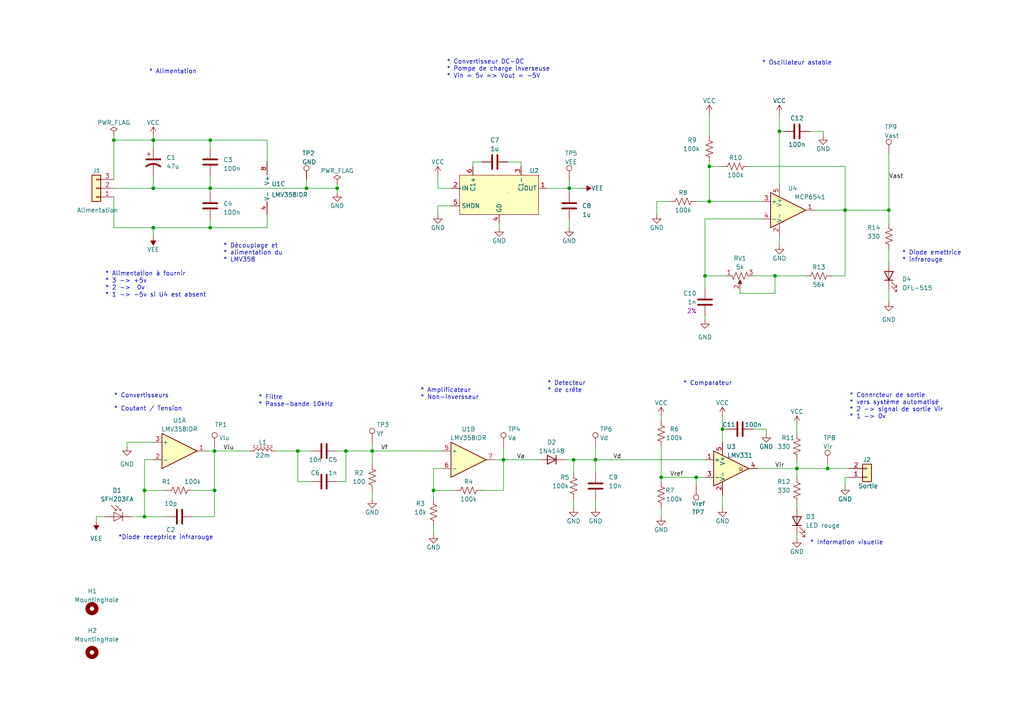
<source format=kicad_sch>
(kicad_sch (version 20230121) (generator eeschema)
  (paper "A4")
  (title_block (title "Détecteur de présence de train miniature") (rev "1.0") (company "IUT de Nantes"))
  (lib_symbols
    (symbol "Amplifier_Operational:LMV358" (pin_names (offset 0.127))
      (property "Reference" "U" (at 0 5.08 0))
      (property "Value" "LMV358" (at 0 -5.08 0))
      (symbol "LMV358_1_1"
        (polyline (pts (xy -5.08 5.08) (xy 5.08 0) (xy -5.08 -5.08) (xy -5.08 5.08)) (stroke (width 0.254)) (fill (type background)))
        (pin output line (at 7.62 0 180) (length 2.54) (name "~") (number "1"))
        (pin input line (at -7.62 -2.54 0) (length 2.54) (name "-") (number "2"))
        (pin input line (at -7.62 2.54 0) (length 2.54) (name "+") (number "3"))
      )
      (symbol "LMV358_2_1"
        (polyline (pts (xy -5.08 5.08) (xy 5.08 0) (xy -5.08 -5.08) (xy -5.08 5.08)) (stroke (width 0.254)) (fill (type background)))
        (pin input line (at -7.62 2.54 0) (length 2.54) (name "+") (number "5"))
        (pin input line (at -7.62 -2.54 0) (length 2.54) (name "-") (number "6"))
        (pin output line (at 7.62 0 180) (length 2.54) (name "~") (number "7"))
      )
      (symbol "LMV358_3_1"
        (pin power_in line (at -2.54 -7.62 90) (length 3.81) (name "V-") (number "4"))
        (pin power_in line (at -2.54 7.62 270) (length 3.81) (name "V+") (number "8"))
      )
    )
    (symbol "C_1" (pin_numbers hide) (pin_names (offset 0.254))
      (property "Reference" "C5" (at -2.54 -2.54 90))
      (property "Value" "10n" (at -2.54 2.54 90))
      (symbol "C_1_0_1"
        (polyline (pts (xy -2.032 -0.762) (xy 2.032 -0.762)) (stroke (width 0.508)))
        (polyline (pts (xy -2.032 0.762) (xy 2.032 0.762)) (stroke (width 0.508)))
      )
      (symbol "C_1_1_1"
        (pin passive line (at 0 3.81 270) (length 2.794) (name "~") (number "1"))
        (pin passive line (at 0 -3.81 90) (length 2.794) (name "~") (number "2"))
      )
    )
    (symbol "C_2" (pin_numbers hide) (pin_names (offset 0.254))
      (property "Reference" "C2" (at -3.81 2.54 90))
      (property "Value" "10p" (at 3.81 2.54 90))
      (symbol "C_2_0_1"
        (polyline (pts (xy -2.032 -0.762) (xy 2.032 -0.762)) (stroke (width 0.508)))
        (polyline (pts (xy -2.032 0.762) (xy 2.032 0.762)) (stroke (width 0.508)))
      )
      (symbol "C_2_1_1"
        (pin passive line (at 0 3.81 270) (length 2.794) (name "~") (number "1"))
        (pin passive line (at 0 -3.81 90) (length 2.794) (name "~") (number "2"))
      )
    )
    (symbol "Comparator:LMV331" (pin_names (offset 0.127))
      (property "Reference" "U" (at 1.27 5.08 0))
      (property "Value" "LMV331" (at 3.81 -5.08 0))
      (symbol "LMV331_0_1"
        (polyline (pts (xy -5.08 5.08) (xy 5.08 0) (xy -5.08 -5.08) (xy -5.08 5.08)) (stroke (width 0.254)) (fill (type background)))
        (polyline (pts (xy 3.302 -0.508) (xy 2.794 -0.508) (xy 3.302 0) (xy 2.794 0.508) (xy 2.286 0) (xy 2.794 -0.508) (xy 2.286 -0.508)) (stroke (width 0.127)))
      )
      (symbol "LMV331_1_1"
        (pin input line (at -7.62 2.54 0) (length 2.54) (name "+") (number "1"))
        (pin power_in line (at -2.54 -7.62 90) (length 3.81) (name "V-") (number "2"))
        (pin input line (at -7.62 -2.54 0) (length 2.54) (name "-") (number "3"))
        (pin open_collector line (at 7.62 0 180) (length 2.54) (name "~") (number "4"))
        (pin power_in line (at -2.54 7.62 270) (length 3.81) (name "V+") (number "5"))
      )
    )
    (symbol "Comparator:MCP6561-OT" (pin_names (offset 0.127))
      (property "Reference" "U" (at -1.27 6.35 0))
      (property "Value" "MCP6561-OT" (at -1.27 3.81 0))
      (symbol "MCP6561-OT_0_1"
        (polyline (pts (xy -5.08 5.08) (xy 5.08 0) (xy -5.08 -5.08) (xy -5.08 5.08)) (stroke (width 0.254)) (fill (type background)))
        (pin power_in line (at -2.54 -7.62 90) (length 3.81) (name "V-") (number "2"))
        (pin power_in line (at -2.54 7.62 270) (length 3.81) (name "V+") (number "5"))
      )
      (symbol "MCP6561-OT_1_1"
        (pin output line (at 7.62 0 180) (length 2.54) (name "~") (number "1"))
        (pin input line (at -7.62 2.54 0) (length 2.54) (name "+") (number "3"))
        (pin input line (at -7.62 -2.54 0) (length 2.54) (name "-") (number "4"))
      )
    )
    (symbol "Connector:TestPoint" (pin_numbers hide) (pin_names (offset 0.762) hide)
      (property "Reference" "TP" (at 0 6.858 0))
      (property "Value" "TestPoint" (at 0 5.08 0))
      (symbol "TestPoint_0_1"
        (circle (center 0 3.302) (radius 0.762))
      )
      (symbol "TestPoint_1_1"
        (pin passive line (at 0 0 90) (length 2.54) (name "1") (number "1"))
      )
    )
    (symbol "Connector_Generic:Conn_01x02" (pin_names (offset 1.016) hide)
      (property "Reference" "J" (at 0 2.54 0))
      (property "Value" "Conn_01x02" (at 0 -5.08 0))
      (symbol "Conn_01x02_1_1"
        (rectangle (start -1.27 -2.413) (end 0 -2.667) (stroke (width 0.1524)))
        (rectangle (start -1.27 0.127) (end 0 -0.127) (stroke (width 0.1524)))
        (rectangle (start -1.27 1.27) (end 1.27 -3.81) (stroke (width 0.254)) (fill (type background)))
        (pin passive line (at -5.08 0 0) (length 3.81) (name "Pin_1") (number "1"))
        (pin passive line (at -5.08 -2.54 0) (length 3.81) (name "Pin_2") (number "2"))
      )
    )
    (symbol "Connector_Generic:Conn_01x03" (pin_names (offset 1.016) hide)
      (property "Reference" "J" (at 0 5.08 0))
      (property "Value" "Conn_01x03" (at 0 -5.08 0))
      (symbol "Conn_01x03_1_1"
        (rectangle (start -1.27 -2.413) (end 0 -2.667) (stroke (width 0.1524)))
        (rectangle (start -1.27 0.127) (end 0 -0.127) (stroke (width 0.1524)))
        (rectangle (start -1.27 2.667) (end 0 2.413) (stroke (width 0.1524)))
        (rectangle (start -1.27 3.81) (end 1.27 -3.81) (stroke (width 0.254)) (fill (type background)))
        (pin passive line (at -5.08 2.54 0) (length 3.81) (name "Pin_1") (number "1"))
        (pin passive line (at -5.08 0 0) (length 3.81) (name "Pin_2") (number "2"))
        (pin passive line (at -5.08 -2.54 0) (length 3.81) (name "Pin_3") (number "3"))
      )
    )
    (symbol "Device:C" (pin_numbers hide) (pin_names (offset 0.254))
      (property "Reference" "C" (at 0.635 2.54 0))
      (property "Value" "C" (at 0.635 -2.54 0))
      (symbol "C_0_1"
        (polyline (pts (xy -2.032 -0.762) (xy 2.032 -0.762)) (stroke (width 0.508)))
        (polyline (pts (xy -2.032 0.762) (xy 2.032 0.762)) (stroke (width 0.508)))
      )
      (symbol "C_1_1"
        (pin passive line (at 0 3.81 270) (length 2.794) (name "~") (number "1"))
        (pin passive line (at 0 -3.81 90) (length 2.794) (name "~") (number "2"))
      )
    )
    (symbol "Device:C_Polarized_US" (pin_numbers hide) (pin_names (offset 0.254) hide)
      (property "Reference" "C" (at 0.635 2.54 0))
      (property "Value" "C_Polarized_US" (at 0.635 -2.54 0))
      (symbol "C_Polarized_US_0_1"
        (polyline (pts (xy -2.032 0.762) (xy 2.032 0.762)) (stroke (width 0.508)))
        (polyline (pts (xy -1.778 2.286) (xy -0.762 2.286)))
        (polyline (pts (xy -1.27 1.778) (xy -1.27 2.794)))
        (arc (start 2.032 -1.27) (mid 0 -0.5572) (end -2.032 -1.27) (stroke (width 0.508)))
      )
      (symbol "C_Polarized_US_1_1"
        (pin passive line (at 0 3.81 270) (length 2.794) (name "~") (number "1"))
        (pin passive line (at 0 -3.81 90) (length 3.302) (name "~") (number "2"))
      )
    )
    (symbol "Device:LED" (pin_numbers hide) (pin_names (offset 1.016) hide)
      (property "Reference" "D" (at 0 2.54 0))
      (property "Value" "LED" (at 0 -2.54 0))
      (symbol "LED_0_1"
        (polyline (pts (xy -1.27 -1.27) (xy -1.27 1.27)) (stroke (width 0.254)))
        (polyline (pts (xy -1.27 0) (xy 1.27 0)))
        (polyline (pts (xy 1.27 -1.27) (xy 1.27 1.27) (xy -1.27 0) (xy 1.27 -1.27)) (stroke (width 0.254)))
        (polyline (pts (xy -3.048 -0.762) (xy -4.572 -2.286) (xy -3.81 -2.286) (xy -4.572 -2.286) (xy -4.572 -1.524)))
        (polyline (pts (xy -1.778 -0.762) (xy -3.302 -2.286) (xy -2.54 -2.286) (xy -3.302 -2.286) (xy -3.302 -1.524)))
      )
      (symbol "LED_1_1"
        (pin passive line (at -3.81 0 0) (length 2.54) (name "K") (number "1"))
        (pin passive line (at 3.81 0 180) (length 2.54) (name "A") (number "2"))
      )
    )
    (symbol "Device:L_Ferrite" (pin_numbers hide) (pin_names (offset 1.016) hide)
      (property "Reference" "L" (at -1.27 0 90))
      (property "Value" "L_Ferrite" (at 2.794 0 90))
      (symbol "L_Ferrite_0_1"
        (arc (start 0 -2.54) (mid 0.6323 -1.905) (end 0 -1.27))
        (arc (start 0 -1.27) (mid 0.6323 -0.635) (end 0 0))
        (polyline (pts (xy 1.016 -2.794) (xy 1.016 -2.286)))
        (polyline (pts (xy 1.016 -1.778) (xy 1.016 -1.27)))
        (polyline (pts (xy 1.016 -0.762) (xy 1.016 -0.254)))
        (polyline (pts (xy 1.016 0.254) (xy 1.016 0.762)))
        (polyline (pts (xy 1.016 1.27) (xy 1.016 1.778)))
        (polyline (pts (xy 1.016 2.286) (xy 1.016 2.794)))
        (polyline (pts (xy 1.524 -2.286) (xy 1.524 -2.794)))
        (polyline (pts (xy 1.524 -1.27) (xy 1.524 -1.778)))
        (polyline (pts (xy 1.524 -0.254) (xy 1.524 -0.762)))
        (polyline (pts (xy 1.524 0.762) (xy 1.524 0.254)))
        (polyline (pts (xy 1.524 1.778) (xy 1.524 1.27)))
        (polyline (pts (xy 1.524 2.794) (xy 1.524 2.286)))
        (arc (start 0 0) (mid 0.6323 0.635) (end 0 1.27))
        (arc (start 0 1.27) (mid 0.6323 1.905) (end 0 2.54))
      )
      (symbol "L_Ferrite_1_1"
        (pin passive line (at 0 3.81 270) (length 1.27) (name "1") (number "1"))
        (pin passive line (at 0 -3.81 90) (length 1.27) (name "2") (number "2"))
      )
    )
    (symbol "Device:R_Potentiometer_US" (pin_names (offset 1.016) hide)
      (property "Reference" "RV" (at -4.445 0 90))
      (property "Value" "R_Potentiometer_US" (at -2.54 0 90))
      (symbol "R_Potentiometer_US_0_1"
        (polyline (pts (xy 0 -2.286) (xy 0 -2.54)))
        (polyline (pts (xy 0 2.54) (xy 0 2.286)))
        (polyline (pts (xy 2.54 0) (xy 1.524 0)))
        (polyline (pts (xy 1.143 0) (xy 2.286 0.508) (xy 2.286 -0.508) (xy 1.143 0)) (fill (type outline)))
        (polyline (pts (xy 0 -0.762) (xy 1.016 -1.143) (xy 0 -1.524) (xy -1.016 -1.905) (xy 0 -2.286)))
        (polyline (pts (xy 0 0.762) (xy 1.016 0.381) (xy 0 0) (xy -1.016 -0.381) (xy 0 -0.762)))
        (polyline (pts (xy 0 2.286) (xy 1.016 1.905) (xy 0 1.524) (xy -1.016 1.143) (xy 0 0.762)))
      )
      (symbol "R_Potentiometer_US_1_1"
        (pin passive line (at 0 3.81 270) (length 1.27) (name "1") (number "1"))
        (pin passive line (at 3.81 0 180) (length 1.27) (name "2") (number "2"))
        (pin passive line (at 0 -3.81 90) (length 1.27) (name "3") (number "3"))
      )
    )
    (symbol "Device:R_US" (pin_numbers hide) (pin_names (offset 0))
      (property "Reference" "R" (at 2.54 0 90))
      (property "Value" "R_US" (at -2.54 0 90))
      (symbol "R_US_0_1"
        (polyline (pts (xy 0 -2.286) (xy 0 -2.54)))
        (polyline (pts (xy 0 2.286) (xy 0 2.54)))
        (polyline (pts (xy 0 -0.762) (xy 1.016 -1.143) (xy 0 -1.524) (xy -1.016 -1.905) (xy 0 -2.286)))
        (polyline (pts (xy 0 0.762) (xy 1.016 0.381) (xy 0 0) (xy -1.016 -0.381) (xy 0 -0.762)))
        (polyline (pts (xy 0 2.286) (xy 1.016 1.905) (xy 0 1.524) (xy -1.016 1.143) (xy 0 0.762)))
      )
      (symbol "R_US_1_1"
        (pin passive line (at 0 3.81 270) (length 1.27) (name "~") (number "1"))
        (pin passive line (at 0 -3.81 90) (length 1.27) (name "~") (number "2"))
      )
    )
    (symbol "Diode:1N4148" (pin_numbers hide) (pin_names hide)
      (property "Reference" "D" (at 0 2.54 0))
      (property "Value" "1N4148" (at 0 -2.54 0))
      (symbol "1N4148_0_1"
        (polyline (pts (xy -1.27 1.27) (xy -1.27 -1.27)) (stroke (width 0.254)))
        (polyline (pts (xy 1.27 0) (xy -1.27 0)))
        (polyline (pts (xy 1.27 1.27) (xy 1.27 -1.27) (xy -1.27 0) (xy 1.27 1.27)) (stroke (width 0.254)))
      )
      (symbol "1N4148_1_1"
        (pin passive line (at -3.81 0 0) (length 2.54) (name "K") (number "1"))
        (pin passive line (at 3.81 0 180) (length 2.54) (name "A") (number "2"))
      )
    )
    (symbol "Mechanical:MountingHole" (pin_names (offset 1.016))
      (property "Reference" "H" (at 0 5.08 0))
      (property "Value" "MountingHole" (at 0 3.175 0))
      (symbol "MountingHole_0_1"
        (circle (center 0 0) (radius 1.27) (stroke (width 1.27)))
      )
    )
    (symbol "MesSymboles:MAX1719EUT+T"
      (property "Reference" "U" (at 0 5.08 0))
      (symbol "MAX1719EUT+T_0_1"
        (rectangle (start 13.97 -1.27) (end 13.97 -1.27))
      )
      (symbol "MAX1719EUT+T_1_1"
        (rectangle (start 0 3.81) (end 22.86 -7.62) (fill (type background)))
        (pin power_out line (at 25.4 0 180) (length 2.54) (name "OUT") (number "1"))
        (pin input line (at -2.54 0 0) (length 2.54) (name "IN") (number "2"))
        (pin passive line (at 17.78 6.35 270) (length 2.54) (name "C1-") (number "3"))
        (pin power_in line (at 11.43 -10.16 90) (length 2.54) (name "GD") (number "4"))
        (pin input line (at -2.54 -5.08 0) (length 2.54) (name "SHDN") (number "5"))
        (pin passive line (at 3.81 6.35 270) (length 2.54) (name "C1+") (number "6"))
      )
    )
    (symbol "Sensor_Optical:SFH203FA" (pin_numbers hide) (pin_names hide)
      (property "Reference" "D" (at 0.508 1.778 0))
      (property "Value" "SFH203FA" (at -1.016 -2.794 0))
      (symbol "SFH203FA_0_1"
        (polyline (pts (xy -2.54 0) (xy 0 0)))
        (polyline (pts (xy -2.54 1.27) (xy -2.54 -1.27)) (stroke (width 0.1524)))
        (polyline (pts (xy -2.032 1.778) (xy -1.524 1.778)))
        (polyline (pts (xy 0 -1.27) (xy 0 1.27)))
        (polyline (pts (xy -0.508 3.302) (xy -2.032 1.778) (xy -2.032 2.286)))
        (polyline (pts (xy 0 1.27) (xy -2.54 0) (xy 0 -1.27)))
        (polyline (pts (xy 0.762 3.302) (xy -0.762 1.778) (xy -0.762 2.286) (xy -0.762 1.778) (xy -0.254 1.778)))
      )
      (symbol "SFH203FA_1_1"
        (pin passive line (at -5.08 0 0) (length 2.54) (name "K") (number "1"))
        (pin passive line (at 2.54 0 180) (length 2.54) (name "A") (number "2"))
      )
    )
    (symbol "power:GND" (power) (pin_names (offset 0))
      (property "Value" "GND" (at 0 -3.81 0))
      (symbol "GND_0_1"
        (polyline (pts (xy 0 0) (xy 0 -1.27) (xy 1.27 -1.27) (xy 0 -2.54) (xy -1.27 -1.27) (xy 0 -1.27)))
      )
      (symbol "GND_1_1"
        (pin power_in line (at 0 0 270) (length 0) hide (name "GND") (number "1"))
      )
    )
    (symbol "power:PWR_FLAG" (power) (pin_numbers hide) (pin_names (offset 0) hide)
      (property "Value" "PWR_FLAG" (at 0 3.81 0))
      (symbol "PWR_FLAG_0_0"
        (pin power_out line (at 0 0 90) (length 0) (name "pwr") (number "1"))
      )
      (symbol "PWR_FLAG_0_1"
        (polyline (pts (xy 0 0) (xy 0 1.27) (xy -1.016 1.905) (xy 0 2.54) (xy 1.016 1.905) (xy 0 1.27)))
      )
    )
    (symbol "power:VCC" (power) (pin_names (offset 0))
      (property "Value" "VCC" (at 0 3.81 0))
      (symbol "VCC_0_1"
        (polyline (pts (xy -0.762 1.27) (xy 0 2.54)))
        (polyline (pts (xy 0 0) (xy 0 2.54)))
        (polyline (pts (xy 0 2.54) (xy 0.762 1.27)))
      )
      (symbol "VCC_1_1"
        (pin power_in line (at 0 0 90) (length 0) hide (name "VCC") (number "1"))
      )
    )
    (symbol "power:VEE" (power) (pin_names (offset 0))
      (property "Value" "VEE" (at 0 3.81 0))
      (symbol "VEE_0_1"
        (polyline (pts (xy 0 0) (xy 0 2.54)))
        (polyline (pts (xy 0.762 1.27) (xy -0.762 1.27) (xy 0 2.54) (xy 0.762 1.27)) (fill (type outline)))
      )
      (symbol "VEE_1_1"
        (pin power_in line (at 0 0 90) (length 0) hide (name "VEE") (number "1"))
      )
    )
  )
  (junction (at 44.45 40.64))
  (junction (at 257.81 60.96))
  (junction (at 60.96 66.04))
  (junction (at 165.1 54.61))
  (junction (at 231.14 135.89))
  (junction (at 245.11 60.96))
  (junction (at 191.77 138.43))
  (junction (at 44.45 66.04))
  (junction (at 88.9 54.61))
  (junction (at 41.91 142.24))
  (junction (at 60.96 40.64))
  (junction (at 41.91 149.86))
  (junction (at 209.55 124.46))
  (junction (at 97.79 54.61))
  (junction (at 60.96 54.61))
  (junction (at 204.47 80.01))
  (junction (at 86.36 130.81))
  (junction (at 125.73 142.24))
  (junction (at 172.72 133.35))
  (junction (at 224.79 80.01))
  (junction (at 107.95 130.81))
  (junction (at 33.02 40.64))
  (junction (at 166.37 133.35))
  (junction (at 205.74 58.42))
  (junction (at 240.03 135.89))
  (junction (at 226.06 38.1))
  (junction (at 44.45 54.61))
  (junction (at 62.23 142.24))
  (junction (at 146.05 133.35))
  (junction (at 100.33 130.81))
  (junction (at 205.74 48.26))
  (junction (at 62.23 130.81))
  (junction (at 201.93 138.43))
  (wire (pts (xy 191.77 129.54) (xy 191.77 138.43)))
  (wire (pts (xy 172.72 133.35) (xy 204.47 133.35)))
  (wire (pts (xy 33.02 66.04) (xy 44.45 66.04)))
  (wire (pts (xy 146.05 129.54) (xy 146.05 133.35)))
  (wire (pts (xy 33.02 39.37) (xy 33.02 40.64)))
  (wire (pts (xy 44.45 39.37) (xy 44.45 40.64)))
  (wire (pts (xy 146.05 142.24) (xy 139.7 142.24)))
  (wire (pts (xy 226.06 33.02) (xy 226.06 38.1)))
  (wire (pts (xy 60.96 40.64) (xy 60.96 43.18)))
  (wire (pts (xy 62.23 130.81) (xy 72.39 130.81)))
  (wire (pts (xy 100.33 130.81) (xy 100.33 139.7)))
  (wire (pts (xy 44.45 133.35) (xy 41.91 133.35)))
  (wire (pts (xy 224.79 85.09) (xy 224.79 80.01)))
  (wire (pts (xy 209.55 124.46) (xy 209.55 128.27)))
  (wire (pts (xy 44.45 68.58) (xy 44.45 66.04)))
  (wire (pts (xy 62.23 149.86) (xy 62.23 142.24)))
  (wire (pts (xy 130.81 59.69) (xy 127 59.69)))
  (wire (pts (xy 139.7 46.99) (xy 137.16 46.99)))
  (wire (pts (xy 144.78 64.77) (xy 144.78 66.04)))
  (wire (pts (xy 205.74 58.42) (xy 220.98 58.42)))
  (wire (pts (xy 86.36 130.81) (xy 90.17 130.81)))
  (wire (pts (xy 97.79 130.81) (xy 100.33 130.81)))
  (wire (pts (xy 107.95 130.81) (xy 128.27 130.81)))
  (wire (pts (xy 163.83 133.35) (xy 166.37 133.35)))
  (wire (pts (xy 165.1 54.61) (xy 165.1 55.88)))
  (wire (pts (xy 128.27 135.89) (xy 125.73 135.89)))
  (wire (pts (xy 165.1 66.04) (xy 165.1 63.5)))
  (wire (pts (xy 241.3 80.01) (xy 245.11 80.01)))
  (wire (pts (xy 240.03 134.62) (xy 240.03 135.89)))
  (wire (pts (xy 97.79 55.88) (xy 97.79 54.61)))
  (wire (pts (xy 222.25 125.73) (xy 222.25 124.46)))
  (wire (pts (xy 60.96 54.61) (xy 60.96 55.88)))
  (wire (pts (xy 127 50.8) (xy 127 54.61)))
  (wire (pts (xy 257.81 60.96) (xy 257.81 64.77)))
  (wire (pts (xy 77.47 66.04) (xy 60.96 66.04)))
  (wire (pts (xy 238.76 38.1) (xy 234.95 38.1)))
  (wire (pts (xy 191.77 138.43) (xy 191.77 139.7)))
  (wire (pts (xy 127 59.69) (xy 127 62.23)))
  (wire (pts (xy 143.51 133.35) (xy 146.05 133.35)))
  (wire (pts (xy 205.74 48.26) (xy 205.74 58.42)))
  (wire (pts (xy 165.1 52.07) (xy 165.1 54.61)))
  (wire (pts (xy 125.73 152.4) (xy 125.73 154.94)))
  (wire (pts (xy 194.31 58.42) (xy 190.5 58.42)))
  (wire (pts (xy 172.72 133.35) (xy 172.72 129.54)))
  (wire (pts (xy 107.95 130.81) (xy 107.95 134.62)))
  (wire (pts (xy 226.06 38.1) (xy 226.06 53.34)))
  (wire (pts (xy 209.55 120.65) (xy 209.55 124.46)))
  (wire (pts (xy 204.47 92.71) (xy 204.47 91.44)))
  (wire (pts (xy 137.16 46.99) (xy 137.16 48.26)))
  (wire (pts (xy 55.88 149.86) (xy 62.23 149.86)))
  (wire (pts (xy 100.33 130.81) (xy 107.95 130.81)))
  (wire (pts (xy 55.88 142.24) (xy 62.23 142.24)))
  (wire (pts (xy 41.91 142.24) (xy 48.26 142.24)))
  (wire (pts (xy 44.45 40.64) (xy 44.45 43.18)))
  (wire (pts (xy 125.73 142.24) (xy 125.73 144.78)))
  (wire (pts (xy 33.02 52.07) (xy 33.02 40.64)))
  (wire (pts (xy 86.36 139.7) (xy 86.36 130.81)))
  (wire (pts (xy 44.45 54.61) (xy 60.96 54.61)))
  (wire (pts (xy 77.47 46.99) (xy 77.47 40.64)))
  (wire (pts (xy 62.23 129.54) (xy 62.23 130.81)))
  (wire (pts (xy 36.83 128.27) (xy 36.83 129.54)))
  (wire (pts (xy 245.11 138.43) (xy 245.11 140.97)))
  (wire (pts (xy 209.55 124.46) (xy 210.82 124.46)))
  (wire (pts (xy 107.95 128.27) (xy 107.95 130.81)))
  (wire (pts (xy 210.82 80.01) (xy 204.47 80.01)))
  (wire (pts (xy 48.26 149.86) (xy 41.91 149.86)))
  (wire (pts (xy 62.23 142.24) (xy 62.23 130.81)))
  (wire (pts (xy 166.37 133.35) (xy 172.72 133.35)))
  (wire (pts (xy 219.71 135.89) (xy 231.14 135.89)))
  (wire (pts (xy 201.93 138.43) (xy 204.47 138.43)))
  (wire (pts (xy 166.37 133.35) (xy 166.37 137.16)))
  (wire (pts (xy 30.48 149.86) (xy 27.94 149.86)))
  (wire (pts (xy 77.47 62.23) (xy 77.47 66.04)))
  (wire (pts (xy 62.23 130.81) (xy 59.69 130.81)))
  (wire (pts (xy 77.47 40.64) (xy 60.96 40.64)))
  (wire (pts (xy 60.96 66.04) (xy 60.96 63.5)))
  (wire (pts (xy 257.81 76.2) (xy 257.81 72.39)))
  (wire (pts (xy 214.63 83.82) (xy 214.63 85.09)))
  (wire (pts (xy 201.93 138.43) (xy 201.93 140.97)))
  (wire (pts (xy 201.93 58.42) (xy 205.74 58.42)))
  (wire (pts (xy 158.75 54.61) (xy 165.1 54.61)))
  (wire (pts (xy 146.05 133.35) (xy 146.05 142.24)))
  (wire (pts (xy 191.77 147.32) (xy 191.77 149.86)))
  (wire (pts (xy 172.72 137.16) (xy 172.72 133.35)))
  (wire (pts (xy 245.11 60.96) (xy 245.11 80.01)))
  (wire (pts (xy 168.91 54.61) (xy 165.1 54.61)))
  (wire (pts (xy 245.11 60.96) (xy 236.22 60.96)))
  (wire (pts (xy 204.47 80.01) (xy 204.47 83.82)))
  (wire (pts (xy 60.96 54.61) (xy 88.9 54.61)))
  (wire (pts (xy 209.55 48.26) (xy 205.74 48.26)))
  (wire (pts (xy 222.25 124.46) (xy 218.44 124.46)))
  (wire (pts (xy 146.05 133.35) (xy 156.21 133.35)))
  (wire (pts (xy 125.73 142.24) (xy 132.08 142.24)))
  (wire (pts (xy 100.33 139.7) (xy 97.79 139.7)))
  (wire (pts (xy 41.91 133.35) (xy 41.91 142.24)))
  (wire (pts (xy 90.17 139.7) (xy 86.36 139.7)))
  (wire (pts (xy 147.32 46.99) (xy 151.13 46.99)))
  (wire (pts (xy 44.45 128.27) (xy 36.83 128.27)))
  (wire (pts (xy 27.94 149.86) (xy 27.94 151.13)))
  (wire (pts (xy 231.14 146.05) (xy 231.14 147.32)))
  (wire (pts (xy 125.73 135.89) (xy 125.73 142.24)))
  (wire (pts (xy 166.37 144.78) (xy 166.37 147.32)))
  (wire (pts (xy 107.95 142.24) (xy 107.95 144.78)))
  (wire (pts (xy 257.81 83.82) (xy 257.81 87.63)))
  (wire (pts (xy 88.9 54.61) (xy 97.79 54.61)))
  (wire (pts (xy 41.91 142.24) (xy 41.91 149.86)))
  (wire (pts (xy 227.33 38.1) (xy 226.06 38.1)))
  (wire (pts (xy 231.14 135.89) (xy 240.03 135.89)))
  (wire (pts (xy 191.77 138.43) (xy 201.93 138.43)))
  (wire (pts (xy 127 54.61) (xy 130.81 54.61)))
  (wire (pts (xy 231.14 133.35) (xy 231.14 135.89)))
  (wire (pts (xy 226.06 71.12) (xy 226.06 68.58)))
  (wire (pts (xy 38.1 149.86) (xy 41.91 149.86)))
  (wire (pts (xy 205.74 46.99) (xy 205.74 48.26)))
  (wire (pts (xy 33.02 40.64) (xy 44.45 40.64)))
  (wire (pts (xy 220.98 63.5) (xy 204.47 63.5)))
  (wire (pts (xy 60.96 54.61) (xy 60.96 50.8)))
  (wire (pts (xy 209.55 143.51) (xy 209.55 147.32)))
  (wire (pts (xy 191.77 120.65) (xy 191.77 121.92)))
  (wire (pts (xy 44.45 40.64) (xy 60.96 40.64)))
  (wire (pts (xy 231.14 123.19) (xy 231.14 125.73)))
  (wire (pts (xy 44.45 66.04) (xy 60.96 66.04)))
  (wire (pts (xy 233.68 80.01) (xy 224.79 80.01)))
  (wire (pts (xy 44.45 54.61) (xy 44.45 50.8)))
  (wire (pts (xy 238.76 39.37) (xy 238.76 38.1)))
  (wire (pts (xy 204.47 63.5) (xy 204.47 80.01)))
  (wire (pts (xy 190.5 58.42) (xy 190.5 62.23)))
  (wire (pts (xy 245.11 48.26) (xy 245.11 60.96)))
  (wire (pts (xy 214.63 85.09) (xy 224.79 85.09)))
  (wire (pts (xy 231.14 138.43) (xy 231.14 135.89)))
  (wire (pts (xy 97.79 54.61) (xy 97.79 53.34)))
  (wire (pts (xy 246.38 138.43) (xy 245.11 138.43)))
  (wire (pts (xy 217.17 48.26) (xy 245.11 48.26)))
  (wire (pts (xy 80.01 130.81) (xy 86.36 130.81)))
  (wire (pts (xy 231.14 154.94) (xy 231.14 156.21)))
  (wire (pts (xy 172.72 144.78) (xy 172.72 147.32)))
  (wire (pts (xy 245.11 60.96) (xy 257.81 60.96)))
  (wire (pts (xy 33.02 57.15) (xy 33.02 66.04)))
  (wire (pts (xy 205.74 33.02) (xy 205.74 39.37)))
  (wire (pts (xy 257.81 44.45) (xy 257.81 60.96)))
  (wire (pts (xy 224.79 80.01) (xy 218.44 80.01)))
  (wire (pts (xy 240.03 135.89) (xy 246.38 135.89)))
  (wire (pts (xy 151.13 46.99) (xy 151.13 48.26)))
  (wire (pts (xy 33.02 54.61) (xy 44.45 54.61)))
  (wire (pts (xy 88.9 52.07) (xy 88.9 54.61)))
  (text "* Coutant / Tension\n" (at 33.02 119.38 0) (effects (font (size 1.27 1.27)) (justify left bottom)))
  (text "* Convertisseur DC-DC\n* Pompe de charge inverseuse\n* Vin = 5v => Vout = -5V\n" (at 129.54 22.86 0) (effects (font (size 1.27 1.27)) (justify left bottom)))
  (text "* Diode emettrice \n* infrarouge\n" (at 261.62 76.2 0) (effects (font (size 1.27 1.27)) (justify left bottom)))
  (text "* Alimentation" (at 43.18 21.59 0) (effects (font (size 1.27 1.27)) (justify left bottom)))
  (text "* Amplificateur\n* Non-inversseur\n\n" (at 121.92 118.11 0) (effects (font (size 1.27 1.27)) (justify left bottom)))
  (text "* Comparateur\n\n\n\n" (at 198.12 118.11 0) (effects (font (size 1.27 1.27)) (justify left bottom)))
  (text "* Information visuelle\n\n\n\n\n" (at 234.95 166.37 0) (effects (font (size 1.27 1.27)) (justify left bottom)))
  (text "* Filtre\n* Passe-bande 10kHz\n" (at 74.93 118.11 0) (effects (font (size 1.27 1.27)) (justify left bottom)))
  (text "* Découplage et \n* alimentation du \n* LMV358\n" (at 64.77 76.2 0) (effects (font (size 1.27 1.27)) (justify left bottom)))
  (text "*Diode receptrice infrarouge\n\n" (at 34.29 158.75 0) (effects (font (size 1.27 1.27)) (justify left bottom)))
  (text "* Oscillateur astable\n" (at 220.98 19.05 0) (effects (font (size 1.27 1.27)) (justify left bottom)))
  (text "* Convertisseurs" (at 33.02 115.57 0) (effects (font (size 1.27 1.27)) (justify left bottom)))
  (text "* Detecteur\n* de crête\n\n\n" (at 158.75 118.11 0) (effects (font (size 1.27 1.27)) (justify left bottom)))
  (text "* Connrcteur de sortie\n* vers système automatisé\n* 2 -> signal de sortie Vir\n* 1 -> 0v\n\n\n" (at 246.38 125.73 0) (effects (font (size 1.27 1.27)) (justify left bottom)))
  (text "* Alimentation à fournir\n* 3 -> +5v\n* 2 ->  0v\n* 1 -> -5v si U4 est absent" (at 30.48 86.36 0) (effects (font (size 1.27 1.27)) (justify left bottom)))
  (label "Vast" (at 257.81 52.07 0))
  (label "Vd" (at 177.8 133.35 0))
  (label "Vir" (at 224.79 135.89 0))
  (label "Vref" (at 194.31 138.43 0))
  (label "Vlu" (at 64.77 130.81 0))
  (label "Va" (at 149.86 133.35 0))
  (label "Vf" (at 110.49 130.81 0))
  (symbol (lib_id "Amplifier_Operational:LMV358") (at 135.89 133.35 0) (unit 2)
    (property "Reference" "U1" (at 135.89 124.46 0))
    (property "Value" "LMV358IDR" (at 135.89 127 0))
    (property "Datasheet" "https://www.ti.com/lit/ds/symlink/lmv321.pdf" (effects hide))
    (property "MPN" "LMV358IDR " (effects hide))
    (property "MF" "Texas Instruments" (effects hide))
  )
  (symbol (lib_id "Device:L_Ferrite") (at 76.2 130.81 90) (unit 1)
    (property "Reference" "L1" (at 76.2 128.27 90))
    (property "Value" "22m" (at 76.2 132.08 90))
  )
  (symbol (lib_id "Mechanical:MountingHole") (at 26.67 189.23 0) (unit 1)
    (property "Reference" "H2" (at 25.4 182.88 0) (effects (justify left)))
    (property "Value" "MountingHole" (at 21.59 185.42 0) (effects (justify left)))
  )
  (symbol (lib_id "Device:R_US") (at 257.81 68.58 0) (unit 1)
    (property "Reference" "R14" (at 251.46 66.04 0) (effects (justify left)))
    (property "Value" "330" (at 251.46 68.58 0) (effects (justify left)))
  )
  (symbol (lib_id "power:GND") (at 204.47 92.71 0) (unit 1)
    (property "Reference" "#PWR018" (effects hide))
    (property "Value" "GND" (at 204.47 97.79 0))
  )
  (symbol (lib_id "power:GND") (at 36.83 129.54 0) (unit 1)
    (property "Reference" "#PWR02" (effects hide))
    (property "Value" "GND" (at 36.83 134.62 0))
  )
  (symbol (lib_id "Amplifier_Operational:LMV358") (at 80.01 54.61 0) (unit 3)
    (property "Reference" "U1" (at 78.74 53.34 0) (effects (justify left)))
    (property "Value" "LMV358IDR" (at 78.74 56.515 0) (effects (justify left)))
    (property "Datasheet" "https://www.ti.com/lit/ds/symlink/lmv321.pdf" (effects hide))
    (property "MPN" "LMV358IDR " (effects hide))
    (property "MF" "Texas Instruments" (effects hide))
  )
  (symbol (lib_id "power:VEE") (at 44.45 68.58 0) (mirror x) (unit 1)
    (property "Reference" "#PWR04" (effects hide))
    (property "Value" "VEE" (at 44.45 72.39 0))
  )
  (symbol (lib_id "Device:C") (at 231.14 38.1 90) (unit 1)
    (property "Reference" "C12" (at 231.14 34.29 90))
    (property "Value" "100n" (at 231.14 41.91 90))
  )
  (symbol (lib_id "Device:C") (at 204.47 87.63 180) (unit 1)
    (property "Reference" "C10" (at 198.12 85.09 0) (effects (justify right)))
    (property "Value" "1n" (at 199.39 87.63 0) (effects (justify right)))
    (property "Tolerance" "2%" (at 200.66 90.17 0))
  )
  (symbol (lib_id "Device:R_US") (at 213.36 48.26 90) (unit 1)
    (property "Reference" "R10" (at 213.36 45.72 90))
    (property "Value" "100k" (at 213.36 50.8 90))
  )
  (symbol (lib_id "Device:R_US") (at 191.77 125.73 0) (unit 1)
    (property "Reference" "R6" (at 195.58 124.46 0))
    (property "Value" "100k" (at 195.58 127 0))
  )
  (symbol (lib_id "power:VCC") (at 191.77 120.65 0) (unit 1)
    (property "Reference" "#PWR016" (effects hide))
    (property "Value" "VCC" (at 191.77 116.84 0))
  )
  (symbol (lib_id "power:VCC") (at 209.55 120.65 0) (unit 1)
    (property "Reference" "#PWR020" (effects hide))
    (property "Value" "VCC" (at 209.55 116.84 0))
  )
  (symbol (lib_id "power:GND") (at 165.1 66.04 0) (unit 1)
    (property "Reference" "#PWR011" (effects hide))
    (property "Value" "GND" (at 165.1 69.85 0))
  )
  (symbol (lib_id "Device:LED") (at 231.14 151.13 90) (unit 1)
    (property "Reference" "D3" (at 233.68 149.86 90) (effects (justify right)))
    (property "Value" "LED rouge" (at 233.68 152.4 90) (effects (justify right)))
  )
  (symbol (lib_id "Device:C_Polarized_US") (at 44.45 46.99 0) (unit 1)
    (property "Reference" "C1" (at 48.26 45.72 0) (effects (justify left)))
    (property "Value" "47u" (at 48.26 48.26 0) (effects (justify left)))
  )
  (symbol (lib_id "Device:R_US") (at 52.07 142.24 90) (unit 1)
    (property "Reference" "R1" (at 48.26 139.7 90))
    (property "Value" "100k" (at 55.88 139.7 90))
  )
  (symbol (lib_id "power:GND") (at 209.55 147.32 0) (unit 1)
    (property "Reference" "#PWR021" (effects hide))
    (property "Value" "GND" (at 209.55 151.13 0))
  )
  (symbol (lib_id "power:VCC") (at 127 50.8 0) (unit 1)
    (property "Reference" "#PWR08" (effects hide))
    (property "Value" "VCC" (at 127 46.99 0))
  )
  (symbol (lib_id "Device:R_US") (at 205.74 43.18 0) (unit 1)
    (property "Reference" "R9" (at 199.39 40.64 0) (effects (justify left)))
    (property "Value" "100k" (at 198.12 43.18 0) (effects (justify left)))
  )
  (symbol (lib_id "Device:C") (at 60.96 46.99 0) (unit 1)
    (property "Reference" "C3" (at 64.77 46.355 0) (effects (justify left)))
    (property "Value" "100n" (at 64.77 48.895 0) (effects (justify left)))
  )
  (symbol (lib_id "power:GND") (at 144.78 66.04 0) (unit 1)
    (property "Reference" "#PWR010" (effects hide))
    (property "Value" "GND" (at 144.78 69.85 0))
  )
  (symbol (lib_id "Device:R_US") (at 107.95 138.43 180) (unit 1)
    (property "Reference" "R2" (at 104.14 137.16 0))
    (property "Value" "100" (at 104.14 139.7 0))
  )
  (symbol (lib_id "Connector:TestPoint") (at 88.9 52.07 0) (unit 1)
    (property "Reference" "TP2" (at 87.63 44.45 0) (effects (justify left)))
    (property "Value" "GND" (at 87.63 46.99 0) (effects (justify left)))
  )
  (symbol (lib_id "Device:C") (at 214.63 124.46 90) (unit 1)
    (property "Reference" "C11" (at 213.36 123.19 90) (effects (justify left)))
    (property "Value" "100n" (at 220.98 123.19 90) (effects (justify left)))
  )
  (symbol (lib_id "power:GND") (at 238.76 39.37 0) (unit 1)
    (property "Reference" "#PWR027" (effects hide))
    (property "Value" "GND" (at 238.76 43.18 0))
  )
  (symbol (lib_id "Connector:TestPoint") (at 172.72 129.54 0) (unit 1)
    (property "Reference" "TP6" (at 173.99 124.46 0) (effects (justify left)))
    (property "Value" "Vd" (at 173.99 127 0) (effects (justify left)))
  )
  (symbol (lib_id "Device:R_US") (at 198.12 58.42 90) (unit 1)
    (property "Reference" "R8" (at 198.12 55.88 90))
    (property "Value" "100k" (at 198.12 60.96 90))
  )
  (symbol (lib_id "Connector:TestPoint") (at 62.23 129.54 0) (unit 1)
    (property "Reference" "TP1" (at 62.23 123.19 0) (effects (justify left)))
    (property "Value" "Vlu" (at 63.5 127 0) (effects (justify left)))
  )
  (symbol (lib_id "power:VCC") (at 231.14 123.19 0) (unit 1)
    (property "Reference" "#PWR025" (effects hide))
    (property "Value" "VCC" (at 231.14 119.38 0))
  )
  (symbol (lib_id "Mechanical:MountingHole") (at 26.67 176.53 0) (unit 1)
    (property "Reference" "H1" (at 25.4 171.45 0) (effects (justify left)))
    (property "Value" "MountingHole" (at 21.59 173.99 0) (effects (justify left)))
  )
  (symbol (lib_id "power:GND") (at 107.95 144.78 0) (unit 1)
    (property "Reference" "#PWR06" (effects hide))
    (property "Value" "GND" (at 107.95 148.59 0))
  )
  (symbol (lib_id "Sensor_Optical:SFH203FA") (at 33.02 149.86 0) (mirror y) (unit 1)
    (property "Reference" "D1" (at 33.9471 142.24 0))
    (property "Value" "SFH203FA" (at 33.9471 144.78 0))
    (property "Footprint" "LED_THT:LED_D5.0mm_IRGrey" (effects hide))
    (property "Datasheet" "http://www.osram-os.com/Graphics/XPic9/00101656_0.pdf/SFH%20203,%20SFH%20203%20FA,%20Lead%20(Pb)%20Free%20Product%20-%20RoHS%20Compliant.pdf" (effects hide))
  )
  (symbol (lib_id "power:GND") (at 166.37 147.32 0) (unit 1)
    (property "Reference" "#PWR012" (effects hide))
    (property "Value" "GND" (at 166.37 151.13 0))
  )
  (symbol (lib_id "Device:LED") (at 257.81 80.01 90) (unit 1)
    (property "Reference" "D4" (at 261.62 80.9625 90) (effects (justify right)))
    (property "Value" "OFL-515" (at 261.62 83.5025 90) (effects (justify right)))
  )
  (symbol (lib_id "Device:R_US") (at 135.89 142.24 270) (unit 1)
    (property "Reference" "R4" (at 135.89 139.7 90))
    (property "Value" "100k" (at 135.89 144.78 90))
  )
  (symbol (lib_id "power:GND") (at 226.06 71.12 0) (unit 1)
    (property "Reference" "#PWR024" (effects hide))
    (property "Value" "GND" (at 226.06 74.93 0))
  )
  (symbol (lib_id "Connector:TestPoint") (at 165.1 52.07 0) (unit 1)
    (property "Reference" "TP5" (at 163.83 44.45 0) (effects (justify left)))
    (property "Value" "VEE" (at 163.83 46.99 0) (effects (justify left)))
  )
  (symbol (lib_id "Connector:TestPoint") (at 201.93 140.97 0) (mirror x) (unit 1)
    (property "Reference" "TP7" (at 200.66 148.59 0) (effects (justify left)))
    (property "Value" "Vref" (at 200.66 146.05 0) (effects (justify left)))
  )
  (symbol (lib_id "power:GND") (at 190.5 62.23 0) (unit 1)
    (property "Reference" "#PWR015" (effects hide))
    (property "Value" "GND" (at 190.5 66.04 0))
  )
  (symbol (lib_id "power:GND") (at 245.11 140.97 0) (unit 1)
    (property "Reference" "#PWR028" (effects hide))
    (property "Value" "GND" (at 245.11 144.78 0))
  )
  (symbol (lib_id "power:GND") (at 222.25 125.73 0) (unit 1)
    (property "Reference" "#PWR022" (effects hide))
    (property "Value" "GND" (at 222.25 129.54 0))
  )
  (symbol (lib_id "Connector:TestPoint") (at 107.95 128.27 0) (unit 1)
    (property "Reference" "TP3" (at 109.22 123.19 0) (effects (justify left)))
    (property "Value" "Vf" (at 109.22 125.73 0) (effects (justify left)))
  )
  (symbol (lib_id "Device:R_US") (at 231.14 129.54 0) (unit 1)
    (property "Reference" "R11" (at 228.6 127 0))
    (property "Value" "330" (at 227.33 129.54 0))
  )
  (symbol (lib_id "Device:R_US") (at 231.14 142.24 0) (unit 1)
    (property "Reference" "R12" (at 227.33 139.7 0))
    (property "Value" "330" (at 227.33 142.24 0))
  )
  (symbol (lib_id "power:GND") (at 191.77 149.86 0) (unit 1)
    (property "Reference" "#PWR017" (effects hide))
    (property "Value" "GND" (at 191.77 153.67 0))
  )
  (symbol (lib_id "Connector:TestPoint") (at 257.81 44.45 0) (unit 1)
    (property "Reference" "TP9" (at 256.54 36.83 0) (effects (justify left)))
    (property "Value" "Vast" (at 256.54 39.37 0) (effects (justify left)))
  )
  (symbol (lib_id "Diode:1N4148") (at 160.02 133.35 0) (mirror y) (unit 1)
    (property "Reference" "D2" (at 160.02 128.27 0))
    (property "Value" "1N4148" (at 160.02 130.81 0))
    (property "Footprint" "Diode_THT:D_DO-35_SOD27_P7.62mm_Horizontal" (effects hide))
    (property "Datasheet" "https://assets.nexperia.com/documents/data-sheet/1N4148_1N4448.pdf" (effects hide))
    (property "Sim.Device" "D" (effects hide))
    (property "Sim.Pins" "1=K 2=A" (effects hide))
  )
  (symbol (lib_id "power:VCC") (at 44.45 39.37 0) (unit 1)
    (property "Reference" "#PWR03" (effects hide))
    (property "Value" "VCC" (at 44.45 35.56 0))
  )
  (symbol (lib_id "Device:C") (at 172.72 140.97 0) (unit 1)
    (property "Reference" "C9" (at 176.53 138.43 0) (effects (justify left)))
    (property "Value" "10n" (at 176.53 140.97 0) (effects (justify left)))
  )
  (symbol (lib_id "Device:R_US") (at 125.73 148.59 180) (unit 1)
    (property "Reference" "R3" (at 121.92 146.05 0))
    (property "Value" "10k" (at 121.92 148.59 0))
  )
  (symbol (lib_id "Connector_Generic:Conn_01x03") (at 27.94 54.61 180) (unit 1)
    (property "Reference" "J1" (at 29.21 49.53 0) (effects (justify left)))
    (property "Value" "Alimentation" (at 34.29 60.96 0) (effects (justify left)))
  )
  (symbol (lib_id "power:VCC") (at 205.74 33.02 0) (unit 1)
    (property "Reference" "#PWR019" (effects hide))
    (property "Value" "VCC" (at 205.74 29.21 0))
  )
  (symbol (lib_id "power:VCC") (at 226.06 33.02 0) (unit 1)
    (property "Reference" "#PWR023" (effects hide))
    (property "Value" "VCC" (at 226.06 29.21 0))
  )
  (symbol (lib_id "MesSymboles:MAX1719EUT+T") (at 133.35 54.61 0) (unit 1)
    (property "Reference" "U2" (at 154.94 49.53 0))
    (property "Value" "~" (at 133.35 54.61 0))
  )
  (symbol (lib_name "C_1") (lib_id "Device:C") (at 93.98 130.81 90) (unit 1)
    (property "Reference" "C5" (at 96.52 133.35 90))
    (property "Value" "10n" (at 91.44 133.35 90))
  )
  (symbol (lib_id "power:GND") (at 231.14 156.21 0) (unit 1)
    (property "Reference" "#PWR026" (effects hide))
    (property "Value" "GND" (at 231.14 160.02 0))
  )
  (symbol (lib_id "power:GND") (at 125.73 154.94 0) (unit 1)
    (property "Reference" "#PWR07" (effects hide))
    (property "Value" "GND" (at 125.73 158.75 0))
  )
  (symbol (lib_id "Device:C") (at 60.96 59.69 0) (unit 1)
    (property "Reference" "C4" (at 64.77 59.055 0) (effects (justify left)))
    (property "Value" "100n" (at 64.77 61.595 0) (effects (justify left)))
  )
  (symbol (lib_id "power:GND") (at 127 62.23 0) (unit 1)
    (property "Reference" "#PWR09" (effects hide))
    (property "Value" "GND" (at 127 66.04 0))
  )
  (symbol (lib_id "Amplifier_Operational:LMV358") (at 52.07 130.81 0) (unit 1)
    (property "Reference" "U1" (at 52.07 121.92 0))
    (property "Value" "LMV358IDR" (at 52.07 124.46 0))
    (property "Datasheet" "https://www.ti.com/lit/ds/symlink/lmv321.pdf" (effects hide))
    (property "MPN" "LMV358IDR " (effects hide))
    (property "MF" "Texas Instruments" (effects hide))
  )
  (symbol (lib_id "Device:R_Potentiometer_US") (at 214.63 80.01 90) (mirror x) (unit 1)
    (property "Reference" "RV1" (at 214.63 74.93 90))
    (property "Value" "5k" (at 214.63 77.47 90))
  )
  (symbol (lib_id "Device:C") (at 165.1 59.69 180) (unit 1)
    (property "Reference" "C8" (at 170.18 59.69 0))
    (property "Value" "1u" (at 170.18 62.23 0))
  )
  (symbol (lib_id "power:PWR_FLAG") (at 33.02 39.37 0) (unit 1)
    (property "Reference" "#FLG01" (effects hide))
    (property "Value" "PWR_FLAG" (at 33.02 35.56 0))
  )
  (symbol (lib_id "Connector_Generic:Conn_01x02") (at 251.46 138.43 0) (mirror x) (unit 1)
    (property "Reference" "J2" (at 250.19 133.35 0) (effects (justify left)))
    (property "Value" "Sortie" (at 248.92 140.97 0) (effects (justify left)))
  )
  (symbol (lib_id "power:GND") (at 257.81 87.63 0) (unit 1)
    (property "Reference" "#PWR029" (effects hide))
    (property "Value" "GND" (at 257.81 92.71 0))
  )
  (symbol (lib_id "Connector:TestPoint") (at 146.05 129.54 0) (unit 1)
    (property "Reference" "TP4" (at 147.32 124.46 0) (effects (justify left)))
    (property "Value" "Va" (at 147.32 127 0) (effects (justify left)))
  )
  (symbol (lib_id "power:VEE") (at 27.94 151.13 0) (mirror x) (unit 1)
    (property "Reference" "#PWR01" (effects hide))
    (property "Value" "VEE" (at 27.94 156.21 0))
  )
  (symbol (lib_id "Device:R_US") (at 237.49 80.01 90) (unit 1)
    (property "Reference" "R13" (at 237.49 77.47 90))
    (property "Value" "56k" (at 237.49 82.55 90))
  )
  (symbol (lib_id "power:PWR_FLAG") (at 97.79 53.34 0) (unit 1)
    (property "Reference" "#FLG03" (effects hide))
    (property "Value" "PWR_FLAG" (at 97.79 49.53 0))
  )
  (symbol (lib_name "C_2") (lib_id "Device:C") (at 52.07 149.86 90) (unit 1)
    (property "Reference" "C2" (at 49.53 153.67 90))
    (property "Value" "10p" (at 49.53 146.05 90))
  )
  (symbol (lib_id "Comparator:MCP6561-OT") (at 228.6 60.96 0) (unit 1)
    (property "Reference" "U4" (at 229.87 54.61 0))
    (property "Value" "MCP6541" (at 234.95 57.15 0))
    (property "Footprint" "Package_TO_SOT_SMD:SOT-23-5" (effects hide))
    (property "Datasheet" "http://ww1.microchip.com/downloads/en/DeviceDoc/MCP6561-1R-1U-2-4-1.8V-Low-Power-Push-Pull-Output-Comparator-DS20002139E.pdf" (effects hide))
  )
  (symbol (lib_id "power:GND") (at 172.72 147.32 0) (unit 1)
    (property "Reference" "#PWR014" (effects hide))
    (property "Value" "GND" (at 172.72 151.13 0))
  )
  (symbol (lib_id "power:VEE") (at 168.91 54.61 270) (unit 1)
    (property "Reference" "#PWR013" (effects hide))
    (property "Value" "VEE" (at 171.45 54.61 90) (effects (justify left)))
  )
  (symbol (lib_id "Device:C") (at 93.98 139.7 90) (unit 1)
    (property "Reference" "C6" (at 91.44 137.16 90))
    (property "Value" "1n" (at 96.52 137.16 90))
  )
  (symbol (lib_id "Device:C") (at 143.51 46.99 90) (unit 1)
    (property "Reference" "C7" (at 143.51 40.64 90))
    (property "Value" "1u" (at 143.51 43.18 90))
  )
  (symbol (lib_id "power:GND") (at 97.79 55.88 0) (unit 1)
    (property "Reference" "#PWR05" (effects hide))
    (property "Value" "GND" (at 97.79 59.69 0))
  )
  (symbol (lib_id "Connector:TestPoint") (at 240.03 134.62 0) (unit 1)
    (property "Reference" "TP8" (at 238.76 127 0) (effects (justify left)))
    (property "Value" "Vir" (at 238.76 129.54 0) (effects (justify left)))
  )
  (symbol (lib_id "Comparator:LMV331") (at 212.09 135.89 0) (unit 1)
    (property "Reference" "U3" (at 212.09 129.54 0))
    (property "Value" "LMV331" (at 214.63 132.08 0))
    (property "Datasheet" "http://www.ti.com/lit/ds/symlink/lmv331.pdf" (effects hide))
  )
  (symbol (lib_id "Device:R_US") (at 166.37 140.97 0) (unit 1)
    (property "Reference" "R5" (at 163.83 138.43 0))
    (property "Value" "100k" (at 162.56 140.97 0))
  )
  (symbol (lib_id "Device:R_US") (at 191.77 143.51 0) (unit 1)
    (property "Reference" "R7" (at 194.31 142.24 0))
    (property "Value" "100k" (at 195.58 144.78 0))
  )
)
</source>
